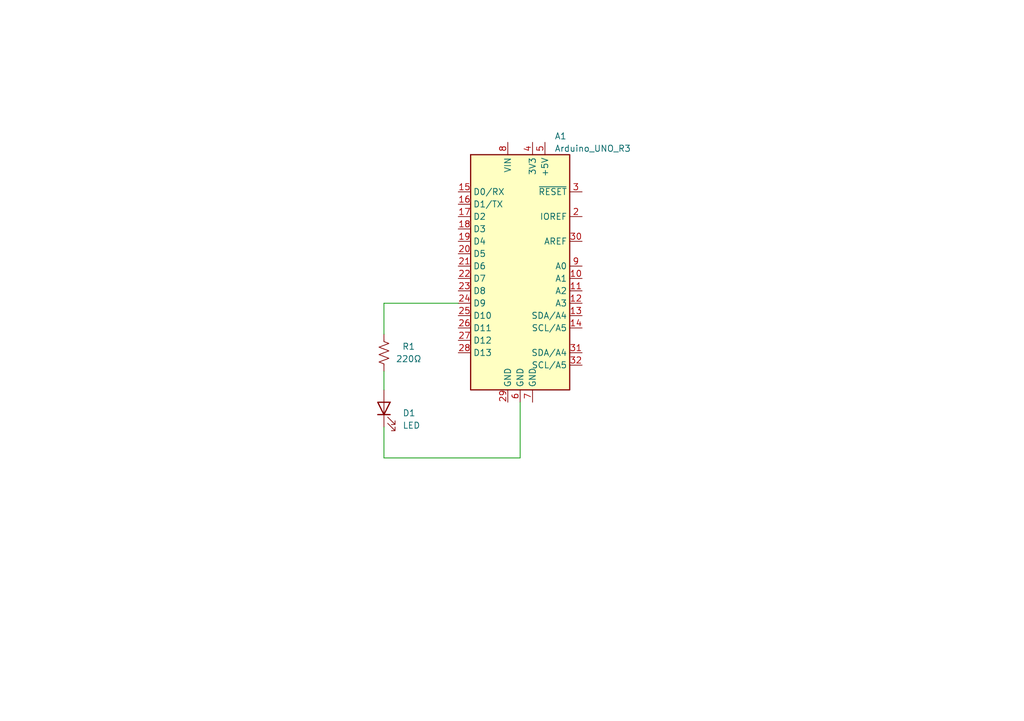
<source format=kicad_sch>
(kicad_sch (version 20230121) (generator eeschema)

  (uuid 8b3a5294-7be8-49f2-a32e-5c19b07e6cc8)

  (paper "A5")

  (title_block
    (title "LED Fade")
  )

  (lib_symbols
    (symbol "Device:LED" (pin_numbers hide) (pin_names (offset 1.016) hide) (in_bom yes) (on_board yes)
      (property "Reference" "D" (at 0 2.54 0)
        (effects (font (size 1.27 1.27)))
      )
      (property "Value" "LED" (at 0 -2.54 0)
        (effects (font (size 1.27 1.27)))
      )
      (property "Footprint" "" (at 0 0 0)
        (effects (font (size 1.27 1.27)) hide)
      )
      (property "Datasheet" "~" (at 0 0 0)
        (effects (font (size 1.27 1.27)) hide)
      )
      (property "ki_keywords" "LED diode" (at 0 0 0)
        (effects (font (size 1.27 1.27)) hide)
      )
      (property "ki_description" "Light emitting diode" (at 0 0 0)
        (effects (font (size 1.27 1.27)) hide)
      )
      (property "ki_fp_filters" "LED* LED_SMD:* LED_THT:*" (at 0 0 0)
        (effects (font (size 1.27 1.27)) hide)
      )
      (symbol "LED_0_1"
        (polyline
          (pts
            (xy -1.27 -1.27)
            (xy -1.27 1.27)
          )
          (stroke (width 0.254) (type default))
          (fill (type none))
        )
        (polyline
          (pts
            (xy -1.27 0)
            (xy 1.27 0)
          )
          (stroke (width 0) (type default))
          (fill (type none))
        )
        (polyline
          (pts
            (xy 1.27 -1.27)
            (xy 1.27 1.27)
            (xy -1.27 0)
            (xy 1.27 -1.27)
          )
          (stroke (width 0.254) (type default))
          (fill (type none))
        )
        (polyline
          (pts
            (xy -3.048 -0.762)
            (xy -4.572 -2.286)
            (xy -3.81 -2.286)
            (xy -4.572 -2.286)
            (xy -4.572 -1.524)
          )
          (stroke (width 0) (type default))
          (fill (type none))
        )
        (polyline
          (pts
            (xy -1.778 -0.762)
            (xy -3.302 -2.286)
            (xy -2.54 -2.286)
            (xy -3.302 -2.286)
            (xy -3.302 -1.524)
          )
          (stroke (width 0) (type default))
          (fill (type none))
        )
      )
      (symbol "LED_1_1"
        (pin passive line (at -3.81 0 0) (length 2.54)
          (name "K" (effects (font (size 1.27 1.27))))
          (number "1" (effects (font (size 1.27 1.27))))
        )
        (pin passive line (at 3.81 0 180) (length 2.54)
          (name "A" (effects (font (size 1.27 1.27))))
          (number "2" (effects (font (size 1.27 1.27))))
        )
      )
    )
    (symbol "Device:R_US" (pin_numbers hide) (pin_names (offset 0)) (in_bom yes) (on_board yes)
      (property "Reference" "R" (at 2.54 0 90)
        (effects (font (size 1.27 1.27)))
      )
      (property "Value" "R_US" (at -2.54 0 90)
        (effects (font (size 1.27 1.27)))
      )
      (property "Footprint" "" (at 1.016 -0.254 90)
        (effects (font (size 1.27 1.27)) hide)
      )
      (property "Datasheet" "~" (at 0 0 0)
        (effects (font (size 1.27 1.27)) hide)
      )
      (property "ki_keywords" "R res resistor" (at 0 0 0)
        (effects (font (size 1.27 1.27)) hide)
      )
      (property "ki_description" "Resistor, US symbol" (at 0 0 0)
        (effects (font (size 1.27 1.27)) hide)
      )
      (property "ki_fp_filters" "R_*" (at 0 0 0)
        (effects (font (size 1.27 1.27)) hide)
      )
      (symbol "R_US_0_1"
        (polyline
          (pts
            (xy 0 -2.286)
            (xy 0 -2.54)
          )
          (stroke (width 0) (type default))
          (fill (type none))
        )
        (polyline
          (pts
            (xy 0 2.286)
            (xy 0 2.54)
          )
          (stroke (width 0) (type default))
          (fill (type none))
        )
        (polyline
          (pts
            (xy 0 -0.762)
            (xy 1.016 -1.143)
            (xy 0 -1.524)
            (xy -1.016 -1.905)
            (xy 0 -2.286)
          )
          (stroke (width 0) (type default))
          (fill (type none))
        )
        (polyline
          (pts
            (xy 0 0.762)
            (xy 1.016 0.381)
            (xy 0 0)
            (xy -1.016 -0.381)
            (xy 0 -0.762)
          )
          (stroke (width 0) (type default))
          (fill (type none))
        )
        (polyline
          (pts
            (xy 0 2.286)
            (xy 1.016 1.905)
            (xy 0 1.524)
            (xy -1.016 1.143)
            (xy 0 0.762)
          )
          (stroke (width 0) (type default))
          (fill (type none))
        )
      )
      (symbol "R_US_1_1"
        (pin passive line (at 0 3.81 270) (length 1.27)
          (name "~" (effects (font (size 1.27 1.27))))
          (number "1" (effects (font (size 1.27 1.27))))
        )
        (pin passive line (at 0 -3.81 90) (length 1.27)
          (name "~" (effects (font (size 1.27 1.27))))
          (number "2" (effects (font (size 1.27 1.27))))
        )
      )
    )
    (symbol "MCU_Module:Arduino_UNO_R3" (in_bom yes) (on_board yes)
      (property "Reference" "A" (at -10.16 23.495 0)
        (effects (font (size 1.27 1.27)) (justify left bottom))
      )
      (property "Value" "Arduino_UNO_R3" (at 5.08 -26.67 0)
        (effects (font (size 1.27 1.27)) (justify left top))
      )
      (property "Footprint" "Module:Arduino_UNO_R3" (at 0 0 0)
        (effects (font (size 1.27 1.27) italic) hide)
      )
      (property "Datasheet" "https://www.arduino.cc/en/Main/arduinoBoardUno" (at 0 0 0)
        (effects (font (size 1.27 1.27)) hide)
      )
      (property "ki_keywords" "Arduino UNO R3 Microcontroller Module Atmel AVR USB" (at 0 0 0)
        (effects (font (size 1.27 1.27)) hide)
      )
      (property "ki_description" "Arduino UNO Microcontroller Module, release 3" (at 0 0 0)
        (effects (font (size 1.27 1.27)) hide)
      )
      (property "ki_fp_filters" "Arduino*UNO*R3*" (at 0 0 0)
        (effects (font (size 1.27 1.27)) hide)
      )
      (symbol "Arduino_UNO_R3_0_1"
        (rectangle (start -10.16 22.86) (end 10.16 -25.4)
          (stroke (width 0.254) (type default))
          (fill (type background))
        )
      )
      (symbol "Arduino_UNO_R3_1_1"
        (pin no_connect line (at -10.16 -20.32 0) (length 2.54) hide
          (name "NC" (effects (font (size 1.27 1.27))))
          (number "1" (effects (font (size 1.27 1.27))))
        )
        (pin bidirectional line (at 12.7 -2.54 180) (length 2.54)
          (name "A1" (effects (font (size 1.27 1.27))))
          (number "10" (effects (font (size 1.27 1.27))))
        )
        (pin bidirectional line (at 12.7 -5.08 180) (length 2.54)
          (name "A2" (effects (font (size 1.27 1.27))))
          (number "11" (effects (font (size 1.27 1.27))))
        )
        (pin bidirectional line (at 12.7 -7.62 180) (length 2.54)
          (name "A3" (effects (font (size 1.27 1.27))))
          (number "12" (effects (font (size 1.27 1.27))))
        )
        (pin bidirectional line (at 12.7 -10.16 180) (length 2.54)
          (name "SDA/A4" (effects (font (size 1.27 1.27))))
          (number "13" (effects (font (size 1.27 1.27))))
        )
        (pin bidirectional line (at 12.7 -12.7 180) (length 2.54)
          (name "SCL/A5" (effects (font (size 1.27 1.27))))
          (number "14" (effects (font (size 1.27 1.27))))
        )
        (pin bidirectional line (at -12.7 15.24 0) (length 2.54)
          (name "D0/RX" (effects (font (size 1.27 1.27))))
          (number "15" (effects (font (size 1.27 1.27))))
        )
        (pin bidirectional line (at -12.7 12.7 0) (length 2.54)
          (name "D1/TX" (effects (font (size 1.27 1.27))))
          (number "16" (effects (font (size 1.27 1.27))))
        )
        (pin bidirectional line (at -12.7 10.16 0) (length 2.54)
          (name "D2" (effects (font (size 1.27 1.27))))
          (number "17" (effects (font (size 1.27 1.27))))
        )
        (pin bidirectional line (at -12.7 7.62 0) (length 2.54)
          (name "D3" (effects (font (size 1.27 1.27))))
          (number "18" (effects (font (size 1.27 1.27))))
        )
        (pin bidirectional line (at -12.7 5.08 0) (length 2.54)
          (name "D4" (effects (font (size 1.27 1.27))))
          (number "19" (effects (font (size 1.27 1.27))))
        )
        (pin output line (at 12.7 10.16 180) (length 2.54)
          (name "IOREF" (effects (font (size 1.27 1.27))))
          (number "2" (effects (font (size 1.27 1.27))))
        )
        (pin bidirectional line (at -12.7 2.54 0) (length 2.54)
          (name "D5" (effects (font (size 1.27 1.27))))
          (number "20" (effects (font (size 1.27 1.27))))
        )
        (pin bidirectional line (at -12.7 0 0) (length 2.54)
          (name "D6" (effects (font (size 1.27 1.27))))
          (number "21" (effects (font (size 1.27 1.27))))
        )
        (pin bidirectional line (at -12.7 -2.54 0) (length 2.54)
          (name "D7" (effects (font (size 1.27 1.27))))
          (number "22" (effects (font (size 1.27 1.27))))
        )
        (pin bidirectional line (at -12.7 -5.08 0) (length 2.54)
          (name "D8" (effects (font (size 1.27 1.27))))
          (number "23" (effects (font (size 1.27 1.27))))
        )
        (pin bidirectional line (at -12.7 -7.62 0) (length 2.54)
          (name "D9" (effects (font (size 1.27 1.27))))
          (number "24" (effects (font (size 1.27 1.27))))
        )
        (pin bidirectional line (at -12.7 -10.16 0) (length 2.54)
          (name "D10" (effects (font (size 1.27 1.27))))
          (number "25" (effects (font (size 1.27 1.27))))
        )
        (pin bidirectional line (at -12.7 -12.7 0) (length 2.54)
          (name "D11" (effects (font (size 1.27 1.27))))
          (number "26" (effects (font (size 1.27 1.27))))
        )
        (pin bidirectional line (at -12.7 -15.24 0) (length 2.54)
          (name "D12" (effects (font (size 1.27 1.27))))
          (number "27" (effects (font (size 1.27 1.27))))
        )
        (pin bidirectional line (at -12.7 -17.78 0) (length 2.54)
          (name "D13" (effects (font (size 1.27 1.27))))
          (number "28" (effects (font (size 1.27 1.27))))
        )
        (pin power_in line (at -2.54 -27.94 90) (length 2.54)
          (name "GND" (effects (font (size 1.27 1.27))))
          (number "29" (effects (font (size 1.27 1.27))))
        )
        (pin input line (at 12.7 15.24 180) (length 2.54)
          (name "~{RESET}" (effects (font (size 1.27 1.27))))
          (number "3" (effects (font (size 1.27 1.27))))
        )
        (pin input line (at 12.7 5.08 180) (length 2.54)
          (name "AREF" (effects (font (size 1.27 1.27))))
          (number "30" (effects (font (size 1.27 1.27))))
        )
        (pin bidirectional line (at 12.7 -17.78 180) (length 2.54)
          (name "SDA/A4" (effects (font (size 1.27 1.27))))
          (number "31" (effects (font (size 1.27 1.27))))
        )
        (pin bidirectional line (at 12.7 -20.32 180) (length 2.54)
          (name "SCL/A5" (effects (font (size 1.27 1.27))))
          (number "32" (effects (font (size 1.27 1.27))))
        )
        (pin power_out line (at 2.54 25.4 270) (length 2.54)
          (name "3V3" (effects (font (size 1.27 1.27))))
          (number "4" (effects (font (size 1.27 1.27))))
        )
        (pin power_out line (at 5.08 25.4 270) (length 2.54)
          (name "+5V" (effects (font (size 1.27 1.27))))
          (number "5" (effects (font (size 1.27 1.27))))
        )
        (pin power_in line (at 0 -27.94 90) (length 2.54)
          (name "GND" (effects (font (size 1.27 1.27))))
          (number "6" (effects (font (size 1.27 1.27))))
        )
        (pin power_in line (at 2.54 -27.94 90) (length 2.54)
          (name "GND" (effects (font (size 1.27 1.27))))
          (number "7" (effects (font (size 1.27 1.27))))
        )
        (pin power_in line (at -2.54 25.4 270) (length 2.54)
          (name "VIN" (effects (font (size 1.27 1.27))))
          (number "8" (effects (font (size 1.27 1.27))))
        )
        (pin bidirectional line (at 12.7 0 180) (length 2.54)
          (name "A0" (effects (font (size 1.27 1.27))))
          (number "9" (effects (font (size 1.27 1.27))))
        )
      )
    )
  )


  (wire (pts (xy 78.74 93.98) (xy 78.74 87.63))
    (stroke (width 0) (type default))
    (uuid 3bc92712-e5e5-417f-bb1f-3924dbeb0ab7)
  )
  (wire (pts (xy 106.68 82.55) (xy 106.68 93.98))
    (stroke (width 0) (type default))
    (uuid 71136775-fffe-4c70-b622-205a157b73ca)
  )
  (wire (pts (xy 78.74 62.23) (xy 78.74 68.58))
    (stroke (width 0) (type default))
    (uuid 98b34752-70aa-4b41-82e6-9c38db402678)
  )
  (wire (pts (xy 106.68 93.98) (xy 78.74 93.98))
    (stroke (width 0) (type default))
    (uuid 9cb5beab-3937-4daf-b8ed-d6223e2f508b)
  )
  (wire (pts (xy 93.98 62.23) (xy 78.74 62.23))
    (stroke (width 0) (type default))
    (uuid e14ac889-92b7-4914-87c9-ab92aa0c90a6)
  )
  (wire (pts (xy 78.74 76.2) (xy 78.74 80.01))
    (stroke (width 0) (type default))
    (uuid fdf1913a-8464-4f68-9990-53fc52b903b4)
  )

  (symbol (lib_id "Device:R_US") (at 78.74 72.39 180) (unit 1)
    (in_bom yes) (on_board yes) (dnp no)
    (uuid a5bc86c4-d97a-496e-9deb-0a05488fec58)
    (property "Reference" "R1" (at 83.82 71.12 0)
      (effects (font (size 1.27 1.27)))
    )
    (property "Value" "220Ω" (at 83.82 73.66 0)
      (effects (font (size 1.27 1.27)))
    )
    (property "Footprint" "" (at 77.724 72.136 90)
      (effects (font (size 1.27 1.27)) hide)
    )
    (property "Datasheet" "~" (at 78.74 72.39 0)
      (effects (font (size 1.27 1.27)) hide)
    )
    (pin "1" (uuid 2ab7e03e-5148-43b0-b81d-32d7c6d7109c))
    (pin "2" (uuid 56cb8a53-2ded-49ec-b0b4-e0f90c18be77))
    (instances
      (project "led_fade"
        (path "/8b3a5294-7be8-49f2-a32e-5c19b07e6cc8"
          (reference "R1") (unit 1)
        )
      )
    )
  )

  (symbol (lib_id "Device:LED") (at 78.74 83.82 90) (unit 1)
    (in_bom yes) (on_board yes) (dnp no) (fields_autoplaced)
    (uuid c631338f-38c1-4406-8c84-c144b0f43362)
    (property "Reference" "D1" (at 82.55 84.7725 90)
      (effects (font (size 1.27 1.27)) (justify right))
    )
    (property "Value" "LED" (at 82.55 87.3125 90)
      (effects (font (size 1.27 1.27)) (justify right))
    )
    (property "Footprint" "" (at 78.74 83.82 0)
      (effects (font (size 1.27 1.27)) hide)
    )
    (property "Datasheet" "~" (at 78.74 83.82 0)
      (effects (font (size 1.27 1.27)) hide)
    )
    (pin "1" (uuid 1b438e7c-22d4-431a-857c-22121b192fc9))
    (pin "2" (uuid 3143d76c-e3d5-47a4-a960-2ecb0d6333bc))
    (instances
      (project "led_fade"
        (path "/8b3a5294-7be8-49f2-a32e-5c19b07e6cc8"
          (reference "D1") (unit 1)
        )
      )
    )
  )

  (symbol (lib_id "MCU_Module:Arduino_UNO_R3") (at 106.68 54.61 0) (unit 1)
    (in_bom yes) (on_board yes) (dnp no) (fields_autoplaced)
    (uuid f71396da-c90e-4eac-a38b-ab6a5a91910c)
    (property "Reference" "A1" (at 113.7159 27.94 0)
      (effects (font (size 1.27 1.27)) (justify left))
    )
    (property "Value" "Arduino_UNO_R3" (at 113.7159 30.48 0)
      (effects (font (size 1.27 1.27)) (justify left))
    )
    (property "Footprint" "Module:Arduino_UNO_R3" (at 106.68 54.61 0)
      (effects (font (size 1.27 1.27) italic) hide)
    )
    (property "Datasheet" "https://www.arduino.cc/en/Main/arduinoBoardUno" (at 106.68 54.61 0)
      (effects (font (size 1.27 1.27)) hide)
    )
    (pin "1" (uuid fb3942bf-6321-4fd7-93f2-1bc9ca385c9f))
    (pin "10" (uuid 93f7c055-a6e8-49f6-9684-2cad24ecabdd))
    (pin "11" (uuid 42eef2b0-cf17-481e-95b6-c0e7af0daa86))
    (pin "12" (uuid 270c4788-daba-4265-8584-fc5b67eb0091))
    (pin "13" (uuid 40bd0f59-1af6-4a4c-804d-8e0101afa646))
    (pin "14" (uuid d5d61fb2-93d6-442c-8882-02ec62d86d9e))
    (pin "15" (uuid 9114043e-da9d-4781-9aba-bbdf7db24ac9))
    (pin "16" (uuid ccf16cbf-326d-4a41-8a51-17f5d99cb25b))
    (pin "17" (uuid 162d734d-bcac-4d54-9759-a453a495cae6))
    (pin "18" (uuid a1be9907-ddbd-44aa-896d-7ed16b6f7f3a))
    (pin "19" (uuid 027c8f9d-65b3-4ec4-8c3e-8819ead66c7f))
    (pin "2" (uuid e56ec5ac-cda8-4ed6-b5d8-780a95d3b1c8))
    (pin "20" (uuid 44a67a78-9cc4-4b54-904d-864c865e6641))
    (pin "21" (uuid 5b9aa785-9e65-4f97-886c-c72bb963abfb))
    (pin "22" (uuid ec6512e5-6078-4bba-9c6c-1dcdec8e2773))
    (pin "23" (uuid 3621bf3b-dded-4431-b2f2-b02683834dfa))
    (pin "24" (uuid a858bad4-718c-4ead-8ba9-6638050b008e))
    (pin "25" (uuid 344fbbeb-9267-4622-add9-7c9827f2bc8d))
    (pin "26" (uuid 13e97f3a-2ce3-4555-8731-0fa8d3818478))
    (pin "27" (uuid fe05bf02-6f48-4e88-822c-75deb9072e54))
    (pin "28" (uuid db0781eb-7a9b-4ce4-ad50-910d5d91dfa3))
    (pin "29" (uuid 47e10fea-ec19-44a5-a6c1-342c544f192e))
    (pin "3" (uuid a9753018-6f98-408c-ae80-7aea99a0c792))
    (pin "30" (uuid 4dde81cc-1f9f-4d7f-9144-20e9667bb53b))
    (pin "31" (uuid 2cd15fb7-9bd0-47df-8222-8e1b44d44b0d))
    (pin "32" (uuid c3dbe8c6-f4db-4c34-8c42-14ccf7563dd9))
    (pin "4" (uuid c8842326-2fbf-4617-bb13-5f21bb08f962))
    (pin "5" (uuid 7c206624-103d-4ba2-8696-54800e4f1c6e))
    (pin "6" (uuid f7450cb5-078e-4fad-b7a3-cb87de184557))
    (pin "7" (uuid a75ca5e7-ab69-4433-ae68-cab9980328e0))
    (pin "8" (uuid 15329495-7876-495a-b75a-a2b05fc92e10))
    (pin "9" (uuid b3957f59-6f89-4cb5-b01a-552d0775a0b1))
    (instances
      (project "led_fade"
        (path "/8b3a5294-7be8-49f2-a32e-5c19b07e6cc8"
          (reference "A1") (unit 1)
        )
      )
    )
  )

  (sheet_instances
    (path "/" (page "1"))
  )
)

</source>
